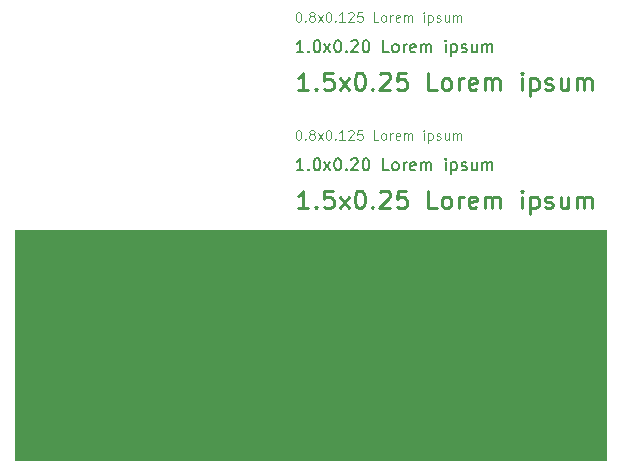
<source format=gts>
%TF.GenerationSoftware,KiCad,Pcbnew,(5.1.10)-1*%
%TF.CreationDate,2021-10-09T18:12:54+02:00*%
%TF.ProjectId,ColorTest,436f6c6f-7254-4657-9374-2e6b69636164,rev?*%
%TF.SameCoordinates,Original*%
%TF.FileFunction,Soldermask,Top*%
%TF.FilePolarity,Negative*%
%FSLAX46Y46*%
G04 Gerber Fmt 4.6, Leading zero omitted, Abs format (unit mm)*
G04 Created by KiCad (PCBNEW (5.1.10)-1) date 2021-10-09 18:12:54*
%MOMM*%
%LPD*%
G01*
G04 APERTURE LIST*
%ADD10C,0.200000*%
%ADD11C,0.125000*%
%ADD12C,0.250000*%
%ADD13C,0.100000*%
G04 APERTURE END LIST*
D10*
X74391904Y-64952380D02*
X73820476Y-64952380D01*
X74106190Y-64952380D02*
X74106190Y-63952380D01*
X74010952Y-64095238D01*
X73915714Y-64190476D01*
X73820476Y-64238095D01*
X74820476Y-64857142D02*
X74868095Y-64904761D01*
X74820476Y-64952380D01*
X74772857Y-64904761D01*
X74820476Y-64857142D01*
X74820476Y-64952380D01*
X75487142Y-63952380D02*
X75582380Y-63952380D01*
X75677619Y-64000000D01*
X75725238Y-64047619D01*
X75772857Y-64142857D01*
X75820476Y-64333333D01*
X75820476Y-64571428D01*
X75772857Y-64761904D01*
X75725238Y-64857142D01*
X75677619Y-64904761D01*
X75582380Y-64952380D01*
X75487142Y-64952380D01*
X75391904Y-64904761D01*
X75344285Y-64857142D01*
X75296666Y-64761904D01*
X75249047Y-64571428D01*
X75249047Y-64333333D01*
X75296666Y-64142857D01*
X75344285Y-64047619D01*
X75391904Y-64000000D01*
X75487142Y-63952380D01*
X76153809Y-64952380D02*
X76677619Y-64285714D01*
X76153809Y-64285714D02*
X76677619Y-64952380D01*
X77249047Y-63952380D02*
X77344285Y-63952380D01*
X77439523Y-64000000D01*
X77487142Y-64047619D01*
X77534761Y-64142857D01*
X77582380Y-64333333D01*
X77582380Y-64571428D01*
X77534761Y-64761904D01*
X77487142Y-64857142D01*
X77439523Y-64904761D01*
X77344285Y-64952380D01*
X77249047Y-64952380D01*
X77153809Y-64904761D01*
X77106190Y-64857142D01*
X77058571Y-64761904D01*
X77010952Y-64571428D01*
X77010952Y-64333333D01*
X77058571Y-64142857D01*
X77106190Y-64047619D01*
X77153809Y-64000000D01*
X77249047Y-63952380D01*
X78010952Y-64857142D02*
X78058571Y-64904761D01*
X78010952Y-64952380D01*
X77963333Y-64904761D01*
X78010952Y-64857142D01*
X78010952Y-64952380D01*
X78439523Y-64047619D02*
X78487142Y-64000000D01*
X78582380Y-63952380D01*
X78820476Y-63952380D01*
X78915714Y-64000000D01*
X78963333Y-64047619D01*
X79010952Y-64142857D01*
X79010952Y-64238095D01*
X78963333Y-64380952D01*
X78391904Y-64952380D01*
X79010952Y-64952380D01*
X79630000Y-63952380D02*
X79725238Y-63952380D01*
X79820476Y-64000000D01*
X79868095Y-64047619D01*
X79915714Y-64142857D01*
X79963333Y-64333333D01*
X79963333Y-64571428D01*
X79915714Y-64761904D01*
X79868095Y-64857142D01*
X79820476Y-64904761D01*
X79725238Y-64952380D01*
X79630000Y-64952380D01*
X79534761Y-64904761D01*
X79487142Y-64857142D01*
X79439523Y-64761904D01*
X79391904Y-64571428D01*
X79391904Y-64333333D01*
X79439523Y-64142857D01*
X79487142Y-64047619D01*
X79534761Y-64000000D01*
X79630000Y-63952380D01*
X81630000Y-64952380D02*
X81153809Y-64952380D01*
X81153809Y-63952380D01*
X82106190Y-64952380D02*
X82010952Y-64904761D01*
X81963333Y-64857142D01*
X81915714Y-64761904D01*
X81915714Y-64476190D01*
X81963333Y-64380952D01*
X82010952Y-64333333D01*
X82106190Y-64285714D01*
X82249047Y-64285714D01*
X82344285Y-64333333D01*
X82391904Y-64380952D01*
X82439523Y-64476190D01*
X82439523Y-64761904D01*
X82391904Y-64857142D01*
X82344285Y-64904761D01*
X82249047Y-64952380D01*
X82106190Y-64952380D01*
X82868095Y-64952380D02*
X82868095Y-64285714D01*
X82868095Y-64476190D02*
X82915714Y-64380952D01*
X82963333Y-64333333D01*
X83058571Y-64285714D01*
X83153809Y-64285714D01*
X83868095Y-64904761D02*
X83772857Y-64952380D01*
X83582380Y-64952380D01*
X83487142Y-64904761D01*
X83439523Y-64809523D01*
X83439523Y-64428571D01*
X83487142Y-64333333D01*
X83582380Y-64285714D01*
X83772857Y-64285714D01*
X83868095Y-64333333D01*
X83915714Y-64428571D01*
X83915714Y-64523809D01*
X83439523Y-64619047D01*
X84344285Y-64952380D02*
X84344285Y-64285714D01*
X84344285Y-64380952D02*
X84391904Y-64333333D01*
X84487142Y-64285714D01*
X84630000Y-64285714D01*
X84725238Y-64333333D01*
X84772857Y-64428571D01*
X84772857Y-64952380D01*
X84772857Y-64428571D02*
X84820476Y-64333333D01*
X84915714Y-64285714D01*
X85058571Y-64285714D01*
X85153809Y-64333333D01*
X85201428Y-64428571D01*
X85201428Y-64952380D01*
X86439523Y-64952380D02*
X86439523Y-64285714D01*
X86439523Y-63952380D02*
X86391904Y-64000000D01*
X86439523Y-64047619D01*
X86487142Y-64000000D01*
X86439523Y-63952380D01*
X86439523Y-64047619D01*
X86915714Y-64285714D02*
X86915714Y-65285714D01*
X86915714Y-64333333D02*
X87010952Y-64285714D01*
X87201428Y-64285714D01*
X87296666Y-64333333D01*
X87344285Y-64380952D01*
X87391904Y-64476190D01*
X87391904Y-64761904D01*
X87344285Y-64857142D01*
X87296666Y-64904761D01*
X87201428Y-64952380D01*
X87010952Y-64952380D01*
X86915714Y-64904761D01*
X87772857Y-64904761D02*
X87868095Y-64952380D01*
X88058571Y-64952380D01*
X88153809Y-64904761D01*
X88201428Y-64809523D01*
X88201428Y-64761904D01*
X88153809Y-64666666D01*
X88058571Y-64619047D01*
X87915714Y-64619047D01*
X87820476Y-64571428D01*
X87772857Y-64476190D01*
X87772857Y-64428571D01*
X87820476Y-64333333D01*
X87915714Y-64285714D01*
X88058571Y-64285714D01*
X88153809Y-64333333D01*
X89058571Y-64285714D02*
X89058571Y-64952380D01*
X88630000Y-64285714D02*
X88630000Y-64809523D01*
X88677619Y-64904761D01*
X88772857Y-64952380D01*
X88915714Y-64952380D01*
X89010952Y-64904761D01*
X89058571Y-64857142D01*
X89534761Y-64952380D02*
X89534761Y-64285714D01*
X89534761Y-64380952D02*
X89582380Y-64333333D01*
X89677619Y-64285714D01*
X89820476Y-64285714D01*
X89915714Y-64333333D01*
X89963333Y-64428571D01*
X89963333Y-64952380D01*
X89963333Y-64428571D02*
X90010952Y-64333333D01*
X90106190Y-64285714D01*
X90249047Y-64285714D01*
X90344285Y-64333333D01*
X90391904Y-64428571D01*
X90391904Y-64952380D01*
D11*
X73924107Y-61561904D02*
X74000297Y-61561904D01*
X74076488Y-61600000D01*
X74114583Y-61638095D01*
X74152678Y-61714285D01*
X74190773Y-61866666D01*
X74190773Y-62057142D01*
X74152678Y-62209523D01*
X74114583Y-62285714D01*
X74076488Y-62323809D01*
X74000297Y-62361904D01*
X73924107Y-62361904D01*
X73847916Y-62323809D01*
X73809821Y-62285714D01*
X73771726Y-62209523D01*
X73733630Y-62057142D01*
X73733630Y-61866666D01*
X73771726Y-61714285D01*
X73809821Y-61638095D01*
X73847916Y-61600000D01*
X73924107Y-61561904D01*
X74533630Y-62285714D02*
X74571726Y-62323809D01*
X74533630Y-62361904D01*
X74495535Y-62323809D01*
X74533630Y-62285714D01*
X74533630Y-62361904D01*
X75028869Y-61904761D02*
X74952678Y-61866666D01*
X74914583Y-61828571D01*
X74876488Y-61752380D01*
X74876488Y-61714285D01*
X74914583Y-61638095D01*
X74952678Y-61600000D01*
X75028869Y-61561904D01*
X75181250Y-61561904D01*
X75257440Y-61600000D01*
X75295535Y-61638095D01*
X75333630Y-61714285D01*
X75333630Y-61752380D01*
X75295535Y-61828571D01*
X75257440Y-61866666D01*
X75181250Y-61904761D01*
X75028869Y-61904761D01*
X74952678Y-61942857D01*
X74914583Y-61980952D01*
X74876488Y-62057142D01*
X74876488Y-62209523D01*
X74914583Y-62285714D01*
X74952678Y-62323809D01*
X75028869Y-62361904D01*
X75181250Y-62361904D01*
X75257440Y-62323809D01*
X75295535Y-62285714D01*
X75333630Y-62209523D01*
X75333630Y-62057142D01*
X75295535Y-61980952D01*
X75257440Y-61942857D01*
X75181250Y-61904761D01*
X75600297Y-62361904D02*
X76019345Y-61828571D01*
X75600297Y-61828571D02*
X76019345Y-62361904D01*
X76476488Y-61561904D02*
X76552678Y-61561904D01*
X76628869Y-61600000D01*
X76666964Y-61638095D01*
X76705059Y-61714285D01*
X76743154Y-61866666D01*
X76743154Y-62057142D01*
X76705059Y-62209523D01*
X76666964Y-62285714D01*
X76628869Y-62323809D01*
X76552678Y-62361904D01*
X76476488Y-62361904D01*
X76400297Y-62323809D01*
X76362202Y-62285714D01*
X76324107Y-62209523D01*
X76286011Y-62057142D01*
X76286011Y-61866666D01*
X76324107Y-61714285D01*
X76362202Y-61638095D01*
X76400297Y-61600000D01*
X76476488Y-61561904D01*
X77086011Y-62285714D02*
X77124107Y-62323809D01*
X77086011Y-62361904D01*
X77047916Y-62323809D01*
X77086011Y-62285714D01*
X77086011Y-62361904D01*
X77886011Y-62361904D02*
X77428869Y-62361904D01*
X77657440Y-62361904D02*
X77657440Y-61561904D01*
X77581250Y-61676190D01*
X77505059Y-61752380D01*
X77428869Y-61790476D01*
X78190773Y-61638095D02*
X78228869Y-61600000D01*
X78305059Y-61561904D01*
X78495535Y-61561904D01*
X78571726Y-61600000D01*
X78609821Y-61638095D01*
X78647916Y-61714285D01*
X78647916Y-61790476D01*
X78609821Y-61904761D01*
X78152678Y-62361904D01*
X78647916Y-62361904D01*
X79371726Y-61561904D02*
X78990773Y-61561904D01*
X78952678Y-61942857D01*
X78990773Y-61904761D01*
X79066964Y-61866666D01*
X79257440Y-61866666D01*
X79333630Y-61904761D01*
X79371726Y-61942857D01*
X79409821Y-62019047D01*
X79409821Y-62209523D01*
X79371726Y-62285714D01*
X79333630Y-62323809D01*
X79257440Y-62361904D01*
X79066964Y-62361904D01*
X78990773Y-62323809D01*
X78952678Y-62285714D01*
X80743154Y-62361904D02*
X80362202Y-62361904D01*
X80362202Y-61561904D01*
X81124107Y-62361904D02*
X81047916Y-62323809D01*
X81009821Y-62285714D01*
X80971726Y-62209523D01*
X80971726Y-61980952D01*
X81009821Y-61904761D01*
X81047916Y-61866666D01*
X81124107Y-61828571D01*
X81238392Y-61828571D01*
X81314583Y-61866666D01*
X81352678Y-61904761D01*
X81390773Y-61980952D01*
X81390773Y-62209523D01*
X81352678Y-62285714D01*
X81314583Y-62323809D01*
X81238392Y-62361904D01*
X81124107Y-62361904D01*
X81733630Y-62361904D02*
X81733630Y-61828571D01*
X81733630Y-61980952D02*
X81771726Y-61904761D01*
X81809821Y-61866666D01*
X81886011Y-61828571D01*
X81962202Y-61828571D01*
X82533630Y-62323809D02*
X82457440Y-62361904D01*
X82305059Y-62361904D01*
X82228869Y-62323809D01*
X82190773Y-62247619D01*
X82190773Y-61942857D01*
X82228869Y-61866666D01*
X82305059Y-61828571D01*
X82457440Y-61828571D01*
X82533630Y-61866666D01*
X82571726Y-61942857D01*
X82571726Y-62019047D01*
X82190773Y-62095238D01*
X82914583Y-62361904D02*
X82914583Y-61828571D01*
X82914583Y-61904761D02*
X82952678Y-61866666D01*
X83028869Y-61828571D01*
X83143154Y-61828571D01*
X83219345Y-61866666D01*
X83257440Y-61942857D01*
X83257440Y-62361904D01*
X83257440Y-61942857D02*
X83295535Y-61866666D01*
X83371726Y-61828571D01*
X83486011Y-61828571D01*
X83562202Y-61866666D01*
X83600297Y-61942857D01*
X83600297Y-62361904D01*
X84590773Y-62361904D02*
X84590773Y-61828571D01*
X84590773Y-61561904D02*
X84552678Y-61600000D01*
X84590773Y-61638095D01*
X84628869Y-61600000D01*
X84590773Y-61561904D01*
X84590773Y-61638095D01*
X84971726Y-61828571D02*
X84971726Y-62628571D01*
X84971726Y-61866666D02*
X85047916Y-61828571D01*
X85200297Y-61828571D01*
X85276488Y-61866666D01*
X85314583Y-61904761D01*
X85352678Y-61980952D01*
X85352678Y-62209523D01*
X85314583Y-62285714D01*
X85276488Y-62323809D01*
X85200297Y-62361904D01*
X85047916Y-62361904D01*
X84971726Y-62323809D01*
X85657440Y-62323809D02*
X85733630Y-62361904D01*
X85886011Y-62361904D01*
X85962202Y-62323809D01*
X86000297Y-62247619D01*
X86000297Y-62209523D01*
X85962202Y-62133333D01*
X85886011Y-62095238D01*
X85771726Y-62095238D01*
X85695535Y-62057142D01*
X85657440Y-61980952D01*
X85657440Y-61942857D01*
X85695535Y-61866666D01*
X85771726Y-61828571D01*
X85886011Y-61828571D01*
X85962202Y-61866666D01*
X86686011Y-61828571D02*
X86686011Y-62361904D01*
X86343154Y-61828571D02*
X86343154Y-62247619D01*
X86381250Y-62323809D01*
X86457440Y-62361904D01*
X86571726Y-62361904D01*
X86647916Y-62323809D01*
X86686011Y-62285714D01*
X87066964Y-62361904D02*
X87066964Y-61828571D01*
X87066964Y-61904761D02*
X87105059Y-61866666D01*
X87181250Y-61828571D01*
X87295535Y-61828571D01*
X87371726Y-61866666D01*
X87409821Y-61942857D01*
X87409821Y-62361904D01*
X87409821Y-61942857D02*
X87447916Y-61866666D01*
X87524107Y-61828571D01*
X87638392Y-61828571D01*
X87714583Y-61866666D01*
X87752678Y-61942857D01*
X87752678Y-62361904D01*
D12*
X74805357Y-68178571D02*
X73948214Y-68178571D01*
X74376785Y-68178571D02*
X74376785Y-66678571D01*
X74233928Y-66892857D01*
X74091071Y-67035714D01*
X73948214Y-67107142D01*
X75448214Y-68035714D02*
X75519642Y-68107142D01*
X75448214Y-68178571D01*
X75376785Y-68107142D01*
X75448214Y-68035714D01*
X75448214Y-68178571D01*
X76876785Y-66678571D02*
X76162500Y-66678571D01*
X76091071Y-67392857D01*
X76162500Y-67321428D01*
X76305357Y-67250000D01*
X76662500Y-67250000D01*
X76805357Y-67321428D01*
X76876785Y-67392857D01*
X76948214Y-67535714D01*
X76948214Y-67892857D01*
X76876785Y-68035714D01*
X76805357Y-68107142D01*
X76662500Y-68178571D01*
X76305357Y-68178571D01*
X76162500Y-68107142D01*
X76091071Y-68035714D01*
X77448214Y-68178571D02*
X78233928Y-67178571D01*
X77448214Y-67178571D02*
X78233928Y-68178571D01*
X79091071Y-66678571D02*
X79233928Y-66678571D01*
X79376785Y-66750000D01*
X79448214Y-66821428D01*
X79519642Y-66964285D01*
X79591071Y-67250000D01*
X79591071Y-67607142D01*
X79519642Y-67892857D01*
X79448214Y-68035714D01*
X79376785Y-68107142D01*
X79233928Y-68178571D01*
X79091071Y-68178571D01*
X78948214Y-68107142D01*
X78876785Y-68035714D01*
X78805357Y-67892857D01*
X78733928Y-67607142D01*
X78733928Y-67250000D01*
X78805357Y-66964285D01*
X78876785Y-66821428D01*
X78948214Y-66750000D01*
X79091071Y-66678571D01*
X80233928Y-68035714D02*
X80305357Y-68107142D01*
X80233928Y-68178571D01*
X80162500Y-68107142D01*
X80233928Y-68035714D01*
X80233928Y-68178571D01*
X80876785Y-66821428D02*
X80948214Y-66750000D01*
X81091071Y-66678571D01*
X81448214Y-66678571D01*
X81591071Y-66750000D01*
X81662500Y-66821428D01*
X81733928Y-66964285D01*
X81733928Y-67107142D01*
X81662500Y-67321428D01*
X80805357Y-68178571D01*
X81733928Y-68178571D01*
X83091071Y-66678571D02*
X82376785Y-66678571D01*
X82305357Y-67392857D01*
X82376785Y-67321428D01*
X82519642Y-67250000D01*
X82876785Y-67250000D01*
X83019642Y-67321428D01*
X83091071Y-67392857D01*
X83162500Y-67535714D01*
X83162500Y-67892857D01*
X83091071Y-68035714D01*
X83019642Y-68107142D01*
X82876785Y-68178571D01*
X82519642Y-68178571D01*
X82376785Y-68107142D01*
X82305357Y-68035714D01*
X85662500Y-68178571D02*
X84948214Y-68178571D01*
X84948214Y-66678571D01*
X86376785Y-68178571D02*
X86233928Y-68107142D01*
X86162500Y-68035714D01*
X86091071Y-67892857D01*
X86091071Y-67464285D01*
X86162500Y-67321428D01*
X86233928Y-67250000D01*
X86376785Y-67178571D01*
X86591071Y-67178571D01*
X86733928Y-67250000D01*
X86805357Y-67321428D01*
X86876785Y-67464285D01*
X86876785Y-67892857D01*
X86805357Y-68035714D01*
X86733928Y-68107142D01*
X86591071Y-68178571D01*
X86376785Y-68178571D01*
X87519642Y-68178571D02*
X87519642Y-67178571D01*
X87519642Y-67464285D02*
X87591071Y-67321428D01*
X87662500Y-67250000D01*
X87805357Y-67178571D01*
X87948214Y-67178571D01*
X89019642Y-68107142D02*
X88876785Y-68178571D01*
X88591071Y-68178571D01*
X88448214Y-68107142D01*
X88376785Y-67964285D01*
X88376785Y-67392857D01*
X88448214Y-67250000D01*
X88591071Y-67178571D01*
X88876785Y-67178571D01*
X89019642Y-67250000D01*
X89091071Y-67392857D01*
X89091071Y-67535714D01*
X88376785Y-67678571D01*
X89733928Y-68178571D02*
X89733928Y-67178571D01*
X89733928Y-67321428D02*
X89805357Y-67250000D01*
X89948214Y-67178571D01*
X90162500Y-67178571D01*
X90305357Y-67250000D01*
X90376785Y-67392857D01*
X90376785Y-68178571D01*
X90376785Y-67392857D02*
X90448214Y-67250000D01*
X90591071Y-67178571D01*
X90805357Y-67178571D01*
X90948214Y-67250000D01*
X91019642Y-67392857D01*
X91019642Y-68178571D01*
X92876785Y-68178571D02*
X92876785Y-67178571D01*
X92876785Y-66678571D02*
X92805357Y-66750000D01*
X92876785Y-66821428D01*
X92948214Y-66750000D01*
X92876785Y-66678571D01*
X92876785Y-66821428D01*
X93591071Y-67178571D02*
X93591071Y-68678571D01*
X93591071Y-67250000D02*
X93733928Y-67178571D01*
X94019642Y-67178571D01*
X94162500Y-67250000D01*
X94233928Y-67321428D01*
X94305357Y-67464285D01*
X94305357Y-67892857D01*
X94233928Y-68035714D01*
X94162500Y-68107142D01*
X94019642Y-68178571D01*
X93733928Y-68178571D01*
X93591071Y-68107142D01*
X94876785Y-68107142D02*
X95019642Y-68178571D01*
X95305357Y-68178571D01*
X95448214Y-68107142D01*
X95519642Y-67964285D01*
X95519642Y-67892857D01*
X95448214Y-67750000D01*
X95305357Y-67678571D01*
X95091071Y-67678571D01*
X94948214Y-67607142D01*
X94876785Y-67464285D01*
X94876785Y-67392857D01*
X94948214Y-67250000D01*
X95091071Y-67178571D01*
X95305357Y-67178571D01*
X95448214Y-67250000D01*
X96805357Y-67178571D02*
X96805357Y-68178571D01*
X96162500Y-67178571D02*
X96162500Y-67964285D01*
X96233928Y-68107142D01*
X96376785Y-68178571D01*
X96591071Y-68178571D01*
X96733928Y-68107142D01*
X96805357Y-68035714D01*
X97519642Y-68178571D02*
X97519642Y-67178571D01*
X97519642Y-67321428D02*
X97591071Y-67250000D01*
X97733928Y-67178571D01*
X97948214Y-67178571D01*
X98091071Y-67250000D01*
X98162500Y-67392857D01*
X98162500Y-68178571D01*
X98162500Y-67392857D02*
X98233928Y-67250000D01*
X98376785Y-67178571D01*
X98591071Y-67178571D01*
X98733928Y-67250000D01*
X98805357Y-67392857D01*
X98805357Y-68178571D01*
D10*
X74391904Y-54952380D02*
X73820476Y-54952380D01*
X74106190Y-54952380D02*
X74106190Y-53952380D01*
X74010952Y-54095238D01*
X73915714Y-54190476D01*
X73820476Y-54238095D01*
X74820476Y-54857142D02*
X74868095Y-54904761D01*
X74820476Y-54952380D01*
X74772857Y-54904761D01*
X74820476Y-54857142D01*
X74820476Y-54952380D01*
X75487142Y-53952380D02*
X75582380Y-53952380D01*
X75677619Y-54000000D01*
X75725238Y-54047619D01*
X75772857Y-54142857D01*
X75820476Y-54333333D01*
X75820476Y-54571428D01*
X75772857Y-54761904D01*
X75725238Y-54857142D01*
X75677619Y-54904761D01*
X75582380Y-54952380D01*
X75487142Y-54952380D01*
X75391904Y-54904761D01*
X75344285Y-54857142D01*
X75296666Y-54761904D01*
X75249047Y-54571428D01*
X75249047Y-54333333D01*
X75296666Y-54142857D01*
X75344285Y-54047619D01*
X75391904Y-54000000D01*
X75487142Y-53952380D01*
X76153809Y-54952380D02*
X76677619Y-54285714D01*
X76153809Y-54285714D02*
X76677619Y-54952380D01*
X77249047Y-53952380D02*
X77344285Y-53952380D01*
X77439523Y-54000000D01*
X77487142Y-54047619D01*
X77534761Y-54142857D01*
X77582380Y-54333333D01*
X77582380Y-54571428D01*
X77534761Y-54761904D01*
X77487142Y-54857142D01*
X77439523Y-54904761D01*
X77344285Y-54952380D01*
X77249047Y-54952380D01*
X77153809Y-54904761D01*
X77106190Y-54857142D01*
X77058571Y-54761904D01*
X77010952Y-54571428D01*
X77010952Y-54333333D01*
X77058571Y-54142857D01*
X77106190Y-54047619D01*
X77153809Y-54000000D01*
X77249047Y-53952380D01*
X78010952Y-54857142D02*
X78058571Y-54904761D01*
X78010952Y-54952380D01*
X77963333Y-54904761D01*
X78010952Y-54857142D01*
X78010952Y-54952380D01*
X78439523Y-54047619D02*
X78487142Y-54000000D01*
X78582380Y-53952380D01*
X78820476Y-53952380D01*
X78915714Y-54000000D01*
X78963333Y-54047619D01*
X79010952Y-54142857D01*
X79010952Y-54238095D01*
X78963333Y-54380952D01*
X78391904Y-54952380D01*
X79010952Y-54952380D01*
X79630000Y-53952380D02*
X79725238Y-53952380D01*
X79820476Y-54000000D01*
X79868095Y-54047619D01*
X79915714Y-54142857D01*
X79963333Y-54333333D01*
X79963333Y-54571428D01*
X79915714Y-54761904D01*
X79868095Y-54857142D01*
X79820476Y-54904761D01*
X79725238Y-54952380D01*
X79630000Y-54952380D01*
X79534761Y-54904761D01*
X79487142Y-54857142D01*
X79439523Y-54761904D01*
X79391904Y-54571428D01*
X79391904Y-54333333D01*
X79439523Y-54142857D01*
X79487142Y-54047619D01*
X79534761Y-54000000D01*
X79630000Y-53952380D01*
X81630000Y-54952380D02*
X81153809Y-54952380D01*
X81153809Y-53952380D01*
X82106190Y-54952380D02*
X82010952Y-54904761D01*
X81963333Y-54857142D01*
X81915714Y-54761904D01*
X81915714Y-54476190D01*
X81963333Y-54380952D01*
X82010952Y-54333333D01*
X82106190Y-54285714D01*
X82249047Y-54285714D01*
X82344285Y-54333333D01*
X82391904Y-54380952D01*
X82439523Y-54476190D01*
X82439523Y-54761904D01*
X82391904Y-54857142D01*
X82344285Y-54904761D01*
X82249047Y-54952380D01*
X82106190Y-54952380D01*
X82868095Y-54952380D02*
X82868095Y-54285714D01*
X82868095Y-54476190D02*
X82915714Y-54380952D01*
X82963333Y-54333333D01*
X83058571Y-54285714D01*
X83153809Y-54285714D01*
X83868095Y-54904761D02*
X83772857Y-54952380D01*
X83582380Y-54952380D01*
X83487142Y-54904761D01*
X83439523Y-54809523D01*
X83439523Y-54428571D01*
X83487142Y-54333333D01*
X83582380Y-54285714D01*
X83772857Y-54285714D01*
X83868095Y-54333333D01*
X83915714Y-54428571D01*
X83915714Y-54523809D01*
X83439523Y-54619047D01*
X84344285Y-54952380D02*
X84344285Y-54285714D01*
X84344285Y-54380952D02*
X84391904Y-54333333D01*
X84487142Y-54285714D01*
X84630000Y-54285714D01*
X84725238Y-54333333D01*
X84772857Y-54428571D01*
X84772857Y-54952380D01*
X84772857Y-54428571D02*
X84820476Y-54333333D01*
X84915714Y-54285714D01*
X85058571Y-54285714D01*
X85153809Y-54333333D01*
X85201428Y-54428571D01*
X85201428Y-54952380D01*
X86439523Y-54952380D02*
X86439523Y-54285714D01*
X86439523Y-53952380D02*
X86391904Y-54000000D01*
X86439523Y-54047619D01*
X86487142Y-54000000D01*
X86439523Y-53952380D01*
X86439523Y-54047619D01*
X86915714Y-54285714D02*
X86915714Y-55285714D01*
X86915714Y-54333333D02*
X87010952Y-54285714D01*
X87201428Y-54285714D01*
X87296666Y-54333333D01*
X87344285Y-54380952D01*
X87391904Y-54476190D01*
X87391904Y-54761904D01*
X87344285Y-54857142D01*
X87296666Y-54904761D01*
X87201428Y-54952380D01*
X87010952Y-54952380D01*
X86915714Y-54904761D01*
X87772857Y-54904761D02*
X87868095Y-54952380D01*
X88058571Y-54952380D01*
X88153809Y-54904761D01*
X88201428Y-54809523D01*
X88201428Y-54761904D01*
X88153809Y-54666666D01*
X88058571Y-54619047D01*
X87915714Y-54619047D01*
X87820476Y-54571428D01*
X87772857Y-54476190D01*
X87772857Y-54428571D01*
X87820476Y-54333333D01*
X87915714Y-54285714D01*
X88058571Y-54285714D01*
X88153809Y-54333333D01*
X89058571Y-54285714D02*
X89058571Y-54952380D01*
X88630000Y-54285714D02*
X88630000Y-54809523D01*
X88677619Y-54904761D01*
X88772857Y-54952380D01*
X88915714Y-54952380D01*
X89010952Y-54904761D01*
X89058571Y-54857142D01*
X89534761Y-54952380D02*
X89534761Y-54285714D01*
X89534761Y-54380952D02*
X89582380Y-54333333D01*
X89677619Y-54285714D01*
X89820476Y-54285714D01*
X89915714Y-54333333D01*
X89963333Y-54428571D01*
X89963333Y-54952380D01*
X89963333Y-54428571D02*
X90010952Y-54333333D01*
X90106190Y-54285714D01*
X90249047Y-54285714D01*
X90344285Y-54333333D01*
X90391904Y-54428571D01*
X90391904Y-54952380D01*
D12*
X74805357Y-58178571D02*
X73948214Y-58178571D01*
X74376785Y-58178571D02*
X74376785Y-56678571D01*
X74233928Y-56892857D01*
X74091071Y-57035714D01*
X73948214Y-57107142D01*
X75448214Y-58035714D02*
X75519642Y-58107142D01*
X75448214Y-58178571D01*
X75376785Y-58107142D01*
X75448214Y-58035714D01*
X75448214Y-58178571D01*
X76876785Y-56678571D02*
X76162500Y-56678571D01*
X76091071Y-57392857D01*
X76162500Y-57321428D01*
X76305357Y-57250000D01*
X76662500Y-57250000D01*
X76805357Y-57321428D01*
X76876785Y-57392857D01*
X76948214Y-57535714D01*
X76948214Y-57892857D01*
X76876785Y-58035714D01*
X76805357Y-58107142D01*
X76662500Y-58178571D01*
X76305357Y-58178571D01*
X76162500Y-58107142D01*
X76091071Y-58035714D01*
X77448214Y-58178571D02*
X78233928Y-57178571D01*
X77448214Y-57178571D02*
X78233928Y-58178571D01*
X79091071Y-56678571D02*
X79233928Y-56678571D01*
X79376785Y-56750000D01*
X79448214Y-56821428D01*
X79519642Y-56964285D01*
X79591071Y-57250000D01*
X79591071Y-57607142D01*
X79519642Y-57892857D01*
X79448214Y-58035714D01*
X79376785Y-58107142D01*
X79233928Y-58178571D01*
X79091071Y-58178571D01*
X78948214Y-58107142D01*
X78876785Y-58035714D01*
X78805357Y-57892857D01*
X78733928Y-57607142D01*
X78733928Y-57250000D01*
X78805357Y-56964285D01*
X78876785Y-56821428D01*
X78948214Y-56750000D01*
X79091071Y-56678571D01*
X80233928Y-58035714D02*
X80305357Y-58107142D01*
X80233928Y-58178571D01*
X80162500Y-58107142D01*
X80233928Y-58035714D01*
X80233928Y-58178571D01*
X80876785Y-56821428D02*
X80948214Y-56750000D01*
X81091071Y-56678571D01*
X81448214Y-56678571D01*
X81591071Y-56750000D01*
X81662500Y-56821428D01*
X81733928Y-56964285D01*
X81733928Y-57107142D01*
X81662500Y-57321428D01*
X80805357Y-58178571D01*
X81733928Y-58178571D01*
X83091071Y-56678571D02*
X82376785Y-56678571D01*
X82305357Y-57392857D01*
X82376785Y-57321428D01*
X82519642Y-57250000D01*
X82876785Y-57250000D01*
X83019642Y-57321428D01*
X83091071Y-57392857D01*
X83162500Y-57535714D01*
X83162500Y-57892857D01*
X83091071Y-58035714D01*
X83019642Y-58107142D01*
X82876785Y-58178571D01*
X82519642Y-58178571D01*
X82376785Y-58107142D01*
X82305357Y-58035714D01*
X85662500Y-58178571D02*
X84948214Y-58178571D01*
X84948214Y-56678571D01*
X86376785Y-58178571D02*
X86233928Y-58107142D01*
X86162500Y-58035714D01*
X86091071Y-57892857D01*
X86091071Y-57464285D01*
X86162500Y-57321428D01*
X86233928Y-57250000D01*
X86376785Y-57178571D01*
X86591071Y-57178571D01*
X86733928Y-57250000D01*
X86805357Y-57321428D01*
X86876785Y-57464285D01*
X86876785Y-57892857D01*
X86805357Y-58035714D01*
X86733928Y-58107142D01*
X86591071Y-58178571D01*
X86376785Y-58178571D01*
X87519642Y-58178571D02*
X87519642Y-57178571D01*
X87519642Y-57464285D02*
X87591071Y-57321428D01*
X87662500Y-57250000D01*
X87805357Y-57178571D01*
X87948214Y-57178571D01*
X89019642Y-58107142D02*
X88876785Y-58178571D01*
X88591071Y-58178571D01*
X88448214Y-58107142D01*
X88376785Y-57964285D01*
X88376785Y-57392857D01*
X88448214Y-57250000D01*
X88591071Y-57178571D01*
X88876785Y-57178571D01*
X89019642Y-57250000D01*
X89091071Y-57392857D01*
X89091071Y-57535714D01*
X88376785Y-57678571D01*
X89733928Y-58178571D02*
X89733928Y-57178571D01*
X89733928Y-57321428D02*
X89805357Y-57250000D01*
X89948214Y-57178571D01*
X90162500Y-57178571D01*
X90305357Y-57250000D01*
X90376785Y-57392857D01*
X90376785Y-58178571D01*
X90376785Y-57392857D02*
X90448214Y-57250000D01*
X90591071Y-57178571D01*
X90805357Y-57178571D01*
X90948214Y-57250000D01*
X91019642Y-57392857D01*
X91019642Y-58178571D01*
X92876785Y-58178571D02*
X92876785Y-57178571D01*
X92876785Y-56678571D02*
X92805357Y-56750000D01*
X92876785Y-56821428D01*
X92948214Y-56750000D01*
X92876785Y-56678571D01*
X92876785Y-56821428D01*
X93591071Y-57178571D02*
X93591071Y-58678571D01*
X93591071Y-57250000D02*
X93733928Y-57178571D01*
X94019642Y-57178571D01*
X94162500Y-57250000D01*
X94233928Y-57321428D01*
X94305357Y-57464285D01*
X94305357Y-57892857D01*
X94233928Y-58035714D01*
X94162500Y-58107142D01*
X94019642Y-58178571D01*
X93733928Y-58178571D01*
X93591071Y-58107142D01*
X94876785Y-58107142D02*
X95019642Y-58178571D01*
X95305357Y-58178571D01*
X95448214Y-58107142D01*
X95519642Y-57964285D01*
X95519642Y-57892857D01*
X95448214Y-57750000D01*
X95305357Y-57678571D01*
X95091071Y-57678571D01*
X94948214Y-57607142D01*
X94876785Y-57464285D01*
X94876785Y-57392857D01*
X94948214Y-57250000D01*
X95091071Y-57178571D01*
X95305357Y-57178571D01*
X95448214Y-57250000D01*
X96805357Y-57178571D02*
X96805357Y-58178571D01*
X96162500Y-57178571D02*
X96162500Y-57964285D01*
X96233928Y-58107142D01*
X96376785Y-58178571D01*
X96591071Y-58178571D01*
X96733928Y-58107142D01*
X96805357Y-58035714D01*
X97519642Y-58178571D02*
X97519642Y-57178571D01*
X97519642Y-57321428D02*
X97591071Y-57250000D01*
X97733928Y-57178571D01*
X97948214Y-57178571D01*
X98091071Y-57250000D01*
X98162500Y-57392857D01*
X98162500Y-58178571D01*
X98162500Y-57392857D02*
X98233928Y-57250000D01*
X98376785Y-57178571D01*
X98591071Y-57178571D01*
X98733928Y-57250000D01*
X98805357Y-57392857D01*
X98805357Y-58178571D01*
D11*
X73924107Y-51561904D02*
X74000297Y-51561904D01*
X74076488Y-51600000D01*
X74114583Y-51638095D01*
X74152678Y-51714285D01*
X74190773Y-51866666D01*
X74190773Y-52057142D01*
X74152678Y-52209523D01*
X74114583Y-52285714D01*
X74076488Y-52323809D01*
X74000297Y-52361904D01*
X73924107Y-52361904D01*
X73847916Y-52323809D01*
X73809821Y-52285714D01*
X73771726Y-52209523D01*
X73733630Y-52057142D01*
X73733630Y-51866666D01*
X73771726Y-51714285D01*
X73809821Y-51638095D01*
X73847916Y-51600000D01*
X73924107Y-51561904D01*
X74533630Y-52285714D02*
X74571726Y-52323809D01*
X74533630Y-52361904D01*
X74495535Y-52323809D01*
X74533630Y-52285714D01*
X74533630Y-52361904D01*
X75028869Y-51904761D02*
X74952678Y-51866666D01*
X74914583Y-51828571D01*
X74876488Y-51752380D01*
X74876488Y-51714285D01*
X74914583Y-51638095D01*
X74952678Y-51600000D01*
X75028869Y-51561904D01*
X75181250Y-51561904D01*
X75257440Y-51600000D01*
X75295535Y-51638095D01*
X75333630Y-51714285D01*
X75333630Y-51752380D01*
X75295535Y-51828571D01*
X75257440Y-51866666D01*
X75181250Y-51904761D01*
X75028869Y-51904761D01*
X74952678Y-51942857D01*
X74914583Y-51980952D01*
X74876488Y-52057142D01*
X74876488Y-52209523D01*
X74914583Y-52285714D01*
X74952678Y-52323809D01*
X75028869Y-52361904D01*
X75181250Y-52361904D01*
X75257440Y-52323809D01*
X75295535Y-52285714D01*
X75333630Y-52209523D01*
X75333630Y-52057142D01*
X75295535Y-51980952D01*
X75257440Y-51942857D01*
X75181250Y-51904761D01*
X75600297Y-52361904D02*
X76019345Y-51828571D01*
X75600297Y-51828571D02*
X76019345Y-52361904D01*
X76476488Y-51561904D02*
X76552678Y-51561904D01*
X76628869Y-51600000D01*
X76666964Y-51638095D01*
X76705059Y-51714285D01*
X76743154Y-51866666D01*
X76743154Y-52057142D01*
X76705059Y-52209523D01*
X76666964Y-52285714D01*
X76628869Y-52323809D01*
X76552678Y-52361904D01*
X76476488Y-52361904D01*
X76400297Y-52323809D01*
X76362202Y-52285714D01*
X76324107Y-52209523D01*
X76286011Y-52057142D01*
X76286011Y-51866666D01*
X76324107Y-51714285D01*
X76362202Y-51638095D01*
X76400297Y-51600000D01*
X76476488Y-51561904D01*
X77086011Y-52285714D02*
X77124107Y-52323809D01*
X77086011Y-52361904D01*
X77047916Y-52323809D01*
X77086011Y-52285714D01*
X77086011Y-52361904D01*
X77886011Y-52361904D02*
X77428869Y-52361904D01*
X77657440Y-52361904D02*
X77657440Y-51561904D01*
X77581250Y-51676190D01*
X77505059Y-51752380D01*
X77428869Y-51790476D01*
X78190773Y-51638095D02*
X78228869Y-51600000D01*
X78305059Y-51561904D01*
X78495535Y-51561904D01*
X78571726Y-51600000D01*
X78609821Y-51638095D01*
X78647916Y-51714285D01*
X78647916Y-51790476D01*
X78609821Y-51904761D01*
X78152678Y-52361904D01*
X78647916Y-52361904D01*
X79371726Y-51561904D02*
X78990773Y-51561904D01*
X78952678Y-51942857D01*
X78990773Y-51904761D01*
X79066964Y-51866666D01*
X79257440Y-51866666D01*
X79333630Y-51904761D01*
X79371726Y-51942857D01*
X79409821Y-52019047D01*
X79409821Y-52209523D01*
X79371726Y-52285714D01*
X79333630Y-52323809D01*
X79257440Y-52361904D01*
X79066964Y-52361904D01*
X78990773Y-52323809D01*
X78952678Y-52285714D01*
X80743154Y-52361904D02*
X80362202Y-52361904D01*
X80362202Y-51561904D01*
X81124107Y-52361904D02*
X81047916Y-52323809D01*
X81009821Y-52285714D01*
X80971726Y-52209523D01*
X80971726Y-51980952D01*
X81009821Y-51904761D01*
X81047916Y-51866666D01*
X81124107Y-51828571D01*
X81238392Y-51828571D01*
X81314583Y-51866666D01*
X81352678Y-51904761D01*
X81390773Y-51980952D01*
X81390773Y-52209523D01*
X81352678Y-52285714D01*
X81314583Y-52323809D01*
X81238392Y-52361904D01*
X81124107Y-52361904D01*
X81733630Y-52361904D02*
X81733630Y-51828571D01*
X81733630Y-51980952D02*
X81771726Y-51904761D01*
X81809821Y-51866666D01*
X81886011Y-51828571D01*
X81962202Y-51828571D01*
X82533630Y-52323809D02*
X82457440Y-52361904D01*
X82305059Y-52361904D01*
X82228869Y-52323809D01*
X82190773Y-52247619D01*
X82190773Y-51942857D01*
X82228869Y-51866666D01*
X82305059Y-51828571D01*
X82457440Y-51828571D01*
X82533630Y-51866666D01*
X82571726Y-51942857D01*
X82571726Y-52019047D01*
X82190773Y-52095238D01*
X82914583Y-52361904D02*
X82914583Y-51828571D01*
X82914583Y-51904761D02*
X82952678Y-51866666D01*
X83028869Y-51828571D01*
X83143154Y-51828571D01*
X83219345Y-51866666D01*
X83257440Y-51942857D01*
X83257440Y-52361904D01*
X83257440Y-51942857D02*
X83295535Y-51866666D01*
X83371726Y-51828571D01*
X83486011Y-51828571D01*
X83562202Y-51866666D01*
X83600297Y-51942857D01*
X83600297Y-52361904D01*
X84590773Y-52361904D02*
X84590773Y-51828571D01*
X84590773Y-51561904D02*
X84552678Y-51600000D01*
X84590773Y-51638095D01*
X84628869Y-51600000D01*
X84590773Y-51561904D01*
X84590773Y-51638095D01*
X84971726Y-51828571D02*
X84971726Y-52628571D01*
X84971726Y-51866666D02*
X85047916Y-51828571D01*
X85200297Y-51828571D01*
X85276488Y-51866666D01*
X85314583Y-51904761D01*
X85352678Y-51980952D01*
X85352678Y-52209523D01*
X85314583Y-52285714D01*
X85276488Y-52323809D01*
X85200297Y-52361904D01*
X85047916Y-52361904D01*
X84971726Y-52323809D01*
X85657440Y-52323809D02*
X85733630Y-52361904D01*
X85886011Y-52361904D01*
X85962202Y-52323809D01*
X86000297Y-52247619D01*
X86000297Y-52209523D01*
X85962202Y-52133333D01*
X85886011Y-52095238D01*
X85771726Y-52095238D01*
X85695535Y-52057142D01*
X85657440Y-51980952D01*
X85657440Y-51942857D01*
X85695535Y-51866666D01*
X85771726Y-51828571D01*
X85886011Y-51828571D01*
X85962202Y-51866666D01*
X86686011Y-51828571D02*
X86686011Y-52361904D01*
X86343154Y-51828571D02*
X86343154Y-52247619D01*
X86381250Y-52323809D01*
X86457440Y-52361904D01*
X86571726Y-52361904D01*
X86647916Y-52323809D01*
X86686011Y-52285714D01*
X87066964Y-52361904D02*
X87066964Y-51828571D01*
X87066964Y-51904761D02*
X87105059Y-51866666D01*
X87181250Y-51828571D01*
X87295535Y-51828571D01*
X87371726Y-51866666D01*
X87409821Y-51942857D01*
X87409821Y-52361904D01*
X87409821Y-51942857D02*
X87447916Y-51866666D01*
X87524107Y-51828571D01*
X87638392Y-51828571D01*
X87714583Y-51866666D01*
X87752678Y-51942857D01*
X87752678Y-52361904D01*
D13*
G36*
X100000000Y-89500000D02*
G01*
X50000000Y-89500000D01*
X50000000Y-70000000D01*
X100000000Y-70000000D01*
X100000000Y-89500000D01*
G37*
X100000000Y-89500000D02*
X50000000Y-89500000D01*
X50000000Y-70000000D01*
X100000000Y-70000000D01*
X100000000Y-89500000D01*
M02*

</source>
